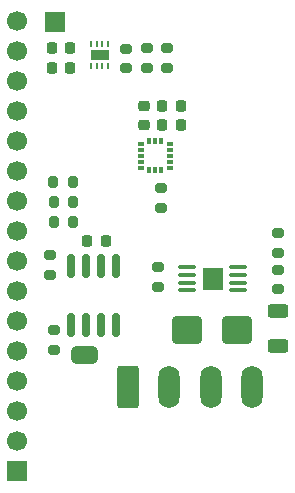
<source format=gbr>
%TF.GenerationSoftware,KiCad,Pcbnew,9.0.6*%
%TF.CreationDate,2026-02-23T11:34:12+10:00*%
%TF.ProjectId,ae-tracker-db,61652d74-7261-4636-9b65-722d64622e6b,rev?*%
%TF.SameCoordinates,Original*%
%TF.FileFunction,Soldermask,Top*%
%TF.FilePolarity,Negative*%
%FSLAX46Y46*%
G04 Gerber Fmt 4.6, Leading zero omitted, Abs format (unit mm)*
G04 Created by KiCad (PCBNEW 9.0.6) date 2026-02-23 11:34:12*
%MOMM*%
%LPD*%
G01*
G04 APERTURE LIST*
G04 Aperture macros list*
%AMRoundRect*
0 Rectangle with rounded corners*
0 $1 Rounding radius*
0 $2 $3 $4 $5 $6 $7 $8 $9 X,Y pos of 4 corners*
0 Add a 4 corners polygon primitive as box body*
4,1,4,$2,$3,$4,$5,$6,$7,$8,$9,$2,$3,0*
0 Add four circle primitives for the rounded corners*
1,1,$1+$1,$2,$3*
1,1,$1+$1,$4,$5*
1,1,$1+$1,$6,$7*
1,1,$1+$1,$8,$9*
0 Add four rect primitives between the rounded corners*
20,1,$1+$1,$2,$3,$4,$5,0*
20,1,$1+$1,$4,$5,$6,$7,0*
20,1,$1+$1,$6,$7,$8,$9,0*
20,1,$1+$1,$8,$9,$2,$3,0*%
%AMFreePoly0*
4,1,23,0.500000,-0.750000,0.000000,-0.750000,0.000000,-0.745722,-0.065263,-0.745722,-0.191342,-0.711940,-0.304381,-0.646677,-0.396677,-0.554381,-0.461940,-0.441342,-0.495722,-0.315263,-0.495722,-0.250000,-0.500000,-0.250000,-0.500000,0.250000,-0.495722,0.250000,-0.495722,0.315263,-0.461940,0.441342,-0.396677,0.554381,-0.304381,0.646677,-0.191342,0.711940,-0.065263,0.745722,0.000000,0.745722,
0.000000,0.750000,0.500000,0.750000,0.500000,-0.750000,0.500000,-0.750000,$1*%
%AMFreePoly1*
4,1,23,0.000000,0.745722,0.065263,0.745722,0.191342,0.711940,0.304381,0.646677,0.396677,0.554381,0.461940,0.441342,0.495722,0.315263,0.495722,0.250000,0.500000,0.250000,0.500000,-0.250000,0.495722,-0.250000,0.495722,-0.315263,0.461940,-0.441342,0.396677,-0.554381,0.304381,-0.646677,0.191342,-0.711940,0.065263,-0.745722,0.000000,-0.745722,0.000000,-0.750000,-0.500000,-0.750000,
-0.500000,0.750000,0.000000,0.750000,0.000000,0.745722,0.000000,0.745722,$1*%
G04 Aperture macros list end*
%ADD10RoundRect,0.225000X-0.225000X-0.250000X0.225000X-0.250000X0.225000X0.250000X-0.225000X0.250000X0*%
%ADD11RoundRect,0.200000X0.275000X-0.200000X0.275000X0.200000X-0.275000X0.200000X-0.275000X-0.200000X0*%
%ADD12RoundRect,0.150000X-0.150000X0.825000X-0.150000X-0.825000X0.150000X-0.825000X0.150000X0.825000X0*%
%ADD13RoundRect,0.225000X0.250000X-0.225000X0.250000X0.225000X-0.250000X0.225000X-0.250000X-0.225000X0*%
%ADD14R,1.700000X1.700000*%
%ADD15RoundRect,0.200000X-0.275000X0.200000X-0.275000X-0.200000X0.275000X-0.200000X0.275000X0.200000X0*%
%ADD16RoundRect,0.062500X0.062500X-0.187500X0.062500X0.187500X-0.062500X0.187500X-0.062500X-0.187500X0*%
%ADD17R,1.600000X0.900000*%
%ADD18C,1.700000*%
%ADD19RoundRect,0.200000X-0.200000X-0.275000X0.200000X-0.275000X0.200000X0.275000X-0.200000X0.275000X0*%
%ADD20RoundRect,0.225000X0.225000X0.250000X-0.225000X0.250000X-0.225000X-0.250000X0.225000X-0.250000X0*%
%ADD21RoundRect,0.250000X0.625000X-0.312500X0.625000X0.312500X-0.625000X0.312500X-0.625000X-0.312500X0*%
%ADD22FreePoly0,180.000000*%
%ADD23FreePoly1,180.000000*%
%ADD24RoundRect,0.250000X-1.000000X-0.900000X1.000000X-0.900000X1.000000X0.900000X-1.000000X0.900000X0*%
%ADD25RoundRect,0.087500X-0.187500X-0.087500X0.187500X-0.087500X0.187500X0.087500X-0.187500X0.087500X0*%
%ADD26RoundRect,0.087500X-0.087500X-0.187500X0.087500X-0.187500X0.087500X0.187500X-0.087500X0.187500X0*%
%ADD27RoundRect,0.200000X0.200000X0.275000X-0.200000X0.275000X-0.200000X-0.275000X0.200000X-0.275000X0*%
%ADD28RoundRect,0.100000X-0.625000X-0.100000X0.625000X-0.100000X0.625000X0.100000X-0.625000X0.100000X0*%
%ADD29R,1.680000X1.880000*%
%ADD30RoundRect,0.250000X-0.650000X-1.550000X0.650000X-1.550000X0.650000X1.550000X-0.650000X1.550000X0*%
%ADD31O,1.800000X3.600000*%
G04 APERTURE END LIST*
%TO.C,JP1*%
G36*
X141830777Y-109926007D02*
G01*
X141530777Y-109926007D01*
X141530777Y-108426007D01*
X141830777Y-108426007D01*
X141830777Y-109926007D01*
G37*
%TD*%
D10*
%TO.C,C6*%
X148306008Y-89704260D03*
X149856008Y-89704260D03*
%TD*%
D11*
%TO.C,R2*%
X147921489Y-103370000D03*
X147921489Y-101720000D03*
%TD*%
D12*
%TO.C,U1*%
X144371888Y-101658414D03*
X143101888Y-101658414D03*
X141831888Y-101658414D03*
X140561888Y-101658414D03*
X140561888Y-106608414D03*
X141831888Y-106608414D03*
X143101888Y-106608414D03*
X144371888Y-106608414D03*
%TD*%
D11*
%TO.C,R16*%
X158100000Y-100500000D03*
X158100000Y-98850000D03*
%TD*%
D13*
%TO.C,C3*%
X146715547Y-89650912D03*
X146715547Y-88100912D03*
%TD*%
D14*
%TO.C,J2*%
X139172975Y-80955572D03*
%TD*%
D15*
%TO.C,R13*%
X146987667Y-83192884D03*
X146987667Y-84842884D03*
%TD*%
D16*
%TO.C,U3*%
X142228491Y-84695622D03*
X142728491Y-84695622D03*
X143228491Y-84695622D03*
X143728491Y-84695622D03*
X143728491Y-82795622D03*
X143228491Y-82795622D03*
X142728491Y-82795622D03*
X142228491Y-82795622D03*
D17*
X142978491Y-83745622D03*
%TD*%
D14*
%TO.C,J4*%
X136000000Y-119000000D03*
D18*
X136000000Y-116460000D03*
X136000000Y-113920000D03*
X136000000Y-111380000D03*
X136000000Y-108840000D03*
X136000000Y-106300000D03*
X136000000Y-103760000D03*
X136000000Y-101220000D03*
X136000000Y-98680000D03*
X136000000Y-96140000D03*
X136000000Y-93600000D03*
X136000000Y-91060000D03*
X136000000Y-88520000D03*
X136000000Y-85980000D03*
X136000000Y-83440000D03*
X136000000Y-80900000D03*
%TD*%
D11*
%TO.C,R15*%
X158100000Y-103600000D03*
X158100000Y-101950000D03*
%TD*%
%TO.C,R12*%
X148220131Y-96712813D03*
X148220131Y-95062813D03*
%TD*%
D10*
%TO.C,C1*%
X141938416Y-99495917D03*
X143488416Y-99495917D03*
%TD*%
D19*
%TO.C,R9*%
X139057618Y-94495489D03*
X140707618Y-94495489D03*
%TD*%
D15*
%TO.C,R10*%
X138751661Y-100703972D03*
X138751661Y-102353972D03*
%TD*%
D20*
%TO.C,C2*%
X140503491Y-84875614D03*
X138953491Y-84875614D03*
%TD*%
D19*
%TO.C,R8*%
X139089506Y-96182936D03*
X140739506Y-96182936D03*
%TD*%
D21*
%TO.C,F1*%
X158100000Y-108400000D03*
X158100000Y-105475000D03*
%TD*%
D11*
%TO.C,R7*%
X139100000Y-108725000D03*
X139100000Y-107075000D03*
%TD*%
D22*
%TO.C,JP1*%
X142330777Y-109176007D03*
D23*
X141030777Y-109176007D03*
%TD*%
D24*
%TO.C,D1*%
X150350000Y-107037500D03*
X154650000Y-107037500D03*
%TD*%
D25*
%TO.C,U2*%
X146475000Y-91299749D03*
X146475000Y-91799749D03*
X146475000Y-92299749D03*
X146475000Y-92799749D03*
X146475000Y-93299749D03*
D26*
X147200000Y-93524749D03*
X147700000Y-93524749D03*
X148200000Y-93524749D03*
D25*
X148925000Y-93299749D03*
X148925000Y-92799749D03*
X148925000Y-92299749D03*
X148925000Y-91799749D03*
X148925000Y-91299749D03*
D26*
X148200000Y-91074749D03*
X147700000Y-91074749D03*
X147200000Y-91074749D03*
%TD*%
D20*
%TO.C,C5*%
X140503491Y-83200000D03*
X138953491Y-83200000D03*
%TD*%
D27*
%TO.C,R11*%
X140746454Y-97869562D03*
X139096454Y-97869562D03*
%TD*%
D28*
%TO.C,U4*%
X150401489Y-101750000D03*
X150401489Y-102400000D03*
X150401489Y-103050000D03*
X150401489Y-103700000D03*
X154701489Y-103700000D03*
X154701489Y-103050000D03*
X154701489Y-102400000D03*
X154701489Y-101750000D03*
D29*
X152551489Y-102725000D03*
%TD*%
D11*
%TO.C,R14*%
X145232881Y-84878768D03*
X145232881Y-83228768D03*
%TD*%
%TO.C,TH1*%
X148714085Y-84849362D03*
X148714085Y-83199362D03*
%TD*%
D10*
%TO.C,C4*%
X148304833Y-88095167D03*
X149854833Y-88095167D03*
%TD*%
D30*
%TO.C,J3*%
X145400000Y-111867500D03*
D31*
X148900000Y-111867500D03*
X152400000Y-111867500D03*
X155900000Y-111867500D03*
%TD*%
M02*

</source>
